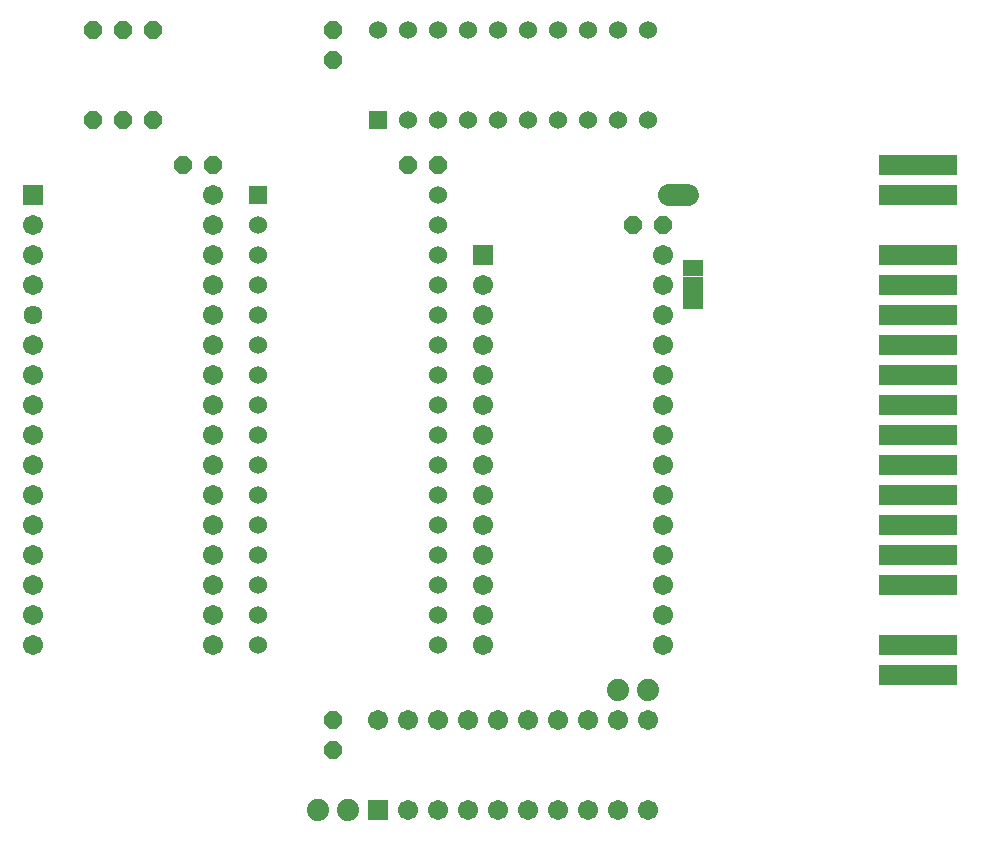
<source format=gts>
G75*
%MOIN*%
%OFA0B0*%
%FSLAX24Y24*%
%IPPOS*%
%LPD*%
%AMOC8*
5,1,8,0,0,1.08239X$1,22.5*
%
%ADD10R,0.2630X0.0680*%
%ADD11R,0.0674X0.0674*%
%ADD12C,0.0674*%
%ADD13C,0.0634*%
%ADD14R,0.0600X0.0600*%
%ADD15C,0.0600*%
%ADD16OC8,0.0600*%
%ADD17R,0.0710X0.0540*%
%ADD18C,0.0740*%
%ADD19C,0.0740*%
D10*
X031100Y005850D03*
X031100Y006850D03*
X031100Y008850D03*
X031100Y009850D03*
X031100Y010850D03*
X031100Y011850D03*
X031100Y012850D03*
X031100Y013850D03*
X031100Y014850D03*
X031100Y015850D03*
X031100Y016850D03*
X031100Y017850D03*
X031100Y018850D03*
X031100Y019850D03*
X031100Y021850D03*
X031100Y022850D03*
D11*
X016600Y019850D03*
X001600Y021850D03*
X013100Y001350D03*
D12*
X001600Y006850D03*
X001600Y007850D03*
X001600Y008850D03*
X001600Y009850D03*
X001600Y010850D03*
X001600Y011850D03*
X001600Y012850D03*
X001600Y013850D03*
X001600Y014850D03*
X001600Y015850D03*
X001600Y016850D03*
X001600Y018850D03*
X001600Y019850D03*
X001600Y020850D03*
X007600Y020850D03*
X007600Y019850D03*
X007600Y018850D03*
X007600Y017850D03*
X007600Y016850D03*
X007600Y015850D03*
X007600Y014850D03*
X007600Y013850D03*
X007600Y012850D03*
X007600Y011850D03*
X007600Y010850D03*
X007600Y009850D03*
X007600Y008850D03*
X007600Y007850D03*
X007600Y006850D03*
X013100Y004350D03*
X014100Y004350D03*
X015100Y004350D03*
X016100Y004350D03*
X017100Y004350D03*
X018100Y004350D03*
X019100Y004350D03*
X020100Y004350D03*
X021100Y004350D03*
X022100Y004350D03*
X022600Y006850D03*
X022600Y007850D03*
X022600Y008850D03*
X022600Y009850D03*
X022600Y010850D03*
X022600Y011850D03*
X022600Y012850D03*
X022600Y013850D03*
X022600Y014850D03*
X022600Y015850D03*
X022600Y016850D03*
X022600Y017850D03*
X022600Y018850D03*
X022600Y019850D03*
X016600Y018850D03*
X016600Y017850D03*
X016600Y016850D03*
X016600Y015850D03*
X016600Y014850D03*
X016600Y013850D03*
X016600Y012850D03*
X016600Y011850D03*
X016600Y010850D03*
X016600Y009850D03*
X016600Y008850D03*
X016600Y007850D03*
X016600Y006850D03*
X016100Y001350D03*
X017100Y001350D03*
X018100Y001350D03*
X019100Y001350D03*
X020100Y001350D03*
X021100Y001350D03*
X022100Y001350D03*
X015100Y001350D03*
X014100Y001350D03*
X007600Y021850D03*
D13*
X001600Y017850D03*
D14*
X009100Y021850D03*
X013100Y024350D03*
D15*
X014100Y024350D03*
X015100Y024350D03*
X016100Y024350D03*
X017100Y024350D03*
X018100Y024350D03*
X019100Y024350D03*
X020100Y024350D03*
X021100Y024350D03*
X022100Y024350D03*
X022100Y027350D03*
X021100Y027350D03*
X020100Y027350D03*
X019100Y027350D03*
X018100Y027350D03*
X017100Y027350D03*
X016100Y027350D03*
X015100Y027350D03*
X014100Y027350D03*
X013100Y027350D03*
X015100Y021850D03*
X015100Y020850D03*
X015100Y019850D03*
X015100Y018850D03*
X015100Y017850D03*
X015100Y016850D03*
X015100Y015850D03*
X015100Y014850D03*
X015100Y013850D03*
X015100Y012850D03*
X015100Y011850D03*
X015100Y010850D03*
X015100Y009850D03*
X015100Y008850D03*
X015100Y007850D03*
X015100Y006850D03*
X009100Y006850D03*
X009100Y007850D03*
X009100Y008850D03*
X009100Y009850D03*
X009100Y010850D03*
X009100Y011850D03*
X009100Y012850D03*
X009100Y013850D03*
X009100Y014850D03*
X009100Y015850D03*
X009100Y016850D03*
X009100Y017850D03*
X009100Y018850D03*
X009100Y019850D03*
X009100Y020850D03*
D16*
X007600Y022850D03*
X006600Y022850D03*
X005600Y024350D03*
X004600Y024350D03*
X003600Y024350D03*
X003600Y027350D03*
X004600Y027350D03*
X005600Y027350D03*
X011600Y027350D03*
X011600Y026350D03*
X014100Y022850D03*
X015100Y022850D03*
X021600Y020850D03*
X022600Y020850D03*
X011600Y004350D03*
X011600Y003350D03*
D17*
X023600Y018300D03*
X023600Y018850D03*
X023600Y019400D03*
D18*
X022100Y005350D03*
X021100Y005350D03*
X012100Y001350D03*
X011100Y001350D03*
D19*
X022770Y021850D02*
X023430Y021850D01*
M02*

</source>
